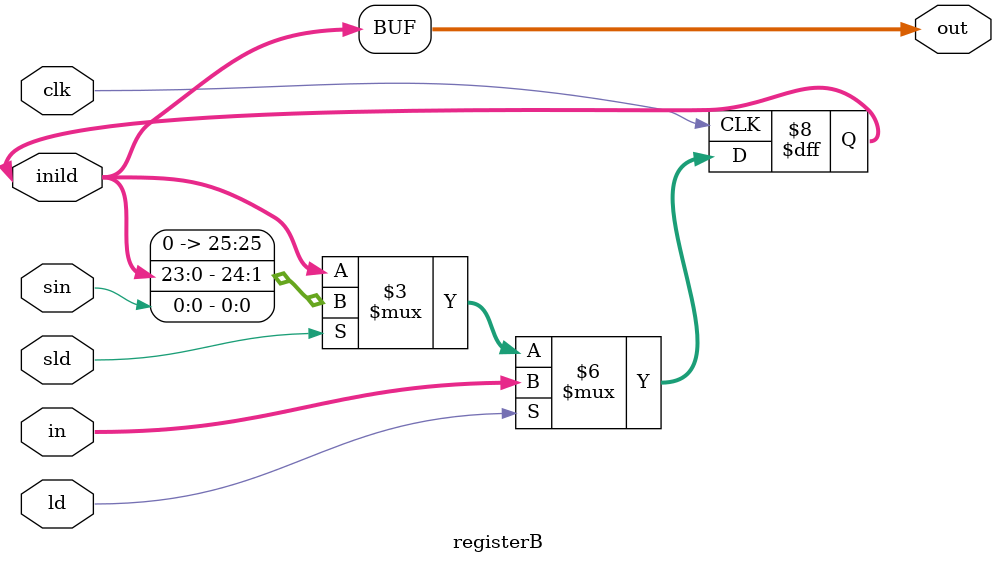
<source format=v>
`timescale 1ps / 1ps

//26 bit register for Dividend
//25th bit is for sign, 24th contains 0 initially,23rd bit contains normalized bit. 22:0 contains mantissa
//inputs are clock(clk) , load (ld), loadinput(in), serialload(sld), initialload(inild), serialinput(sin) while output is out

module registerB(clk,ld,in,inild,sld,sin,out);

parameter size=26;

input clk,ld,sld,sin;
input [size-1:0] in,inild;	//inild is initial value to be stored.
output reg [size-1:0] out;

always @ (posedge clk)
begin
if(ld)	//if ld is high, loads the register
out<=in;
//...
else if(sld)	//if sld is high, shifts the contents left and inserts the serial input
out<={out[size-3:0],sin};
//...
end

always@(inild)
out<=inild;

endmodule
/*
module registerB_testbench;

parameter size=26;

reg clk,ld,sld,sin;
reg [size-1:0] in,inild;
wire [size-1:0] out;

registerQ R1(clk,ld,in,inild,sld,sin,out);

initial
begin
clk=0;

forever
#5 clk=~clk;
end

initial
begin
#10 ld=1; in=4156;
#10 ld=0;sld=1;sin=0;
#50 sld=0;
end
endmodule
*/
</source>
